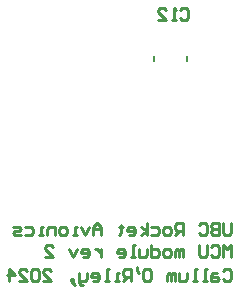
<source format=gbo>
G04*
G04 #@! TF.GenerationSoftware,Altium Limited,Altium Designer,23.2.1 (34)*
G04*
G04 Layer_Color=32896*
%FSLAX25Y25*%
%MOIN*%
G70*
G04*
G04 #@! TF.SameCoordinates,B2F2E879-4ADF-417A-83DA-379EB80E5566*
G04*
G04*
G04 #@! TF.FilePolarity,Positive*
G04*
G01*
G75*
%ADD11C,0.00787*%
%ADD17C,0.01000*%
D11*
X150730Y79217D02*
Y80783D01*
X161770Y79217D02*
Y80783D01*
D17*
X176500Y25145D02*
Y21813D01*
X175833Y21146D01*
X174501D01*
X173834Y21813D01*
Y25145D01*
X172501D02*
Y21146D01*
X170502D01*
X169835Y21813D01*
Y22479D01*
X170502Y23146D01*
X172501D01*
X170502D01*
X169835Y23812D01*
Y24478D01*
X170502Y25145D01*
X172501D01*
X165837Y24478D02*
X166503Y25145D01*
X167836D01*
X168503Y24478D01*
Y21813D01*
X167836Y21146D01*
X166503D01*
X165837Y21813D01*
X160505Y21146D02*
Y25145D01*
X158506D01*
X157839Y24478D01*
Y23146D01*
X158506Y22479D01*
X160505D01*
X159172D02*
X157839Y21146D01*
X155840D02*
X154507D01*
X153841Y21813D01*
Y23146D01*
X154507Y23812D01*
X155840D01*
X156506Y23146D01*
Y21813D01*
X155840Y21146D01*
X149842Y23812D02*
X151841D01*
X152508Y23146D01*
Y21813D01*
X151841Y21146D01*
X149842D01*
X148509D02*
Y25145D01*
Y22479D02*
X146510Y23812D01*
X148509Y22479D02*
X146510Y21146D01*
X142511D02*
X143844D01*
X144510Y21813D01*
Y23146D01*
X143844Y23812D01*
X142511D01*
X141844Y23146D01*
Y22479D01*
X144510D01*
X139845Y24478D02*
Y23812D01*
X140512D01*
X139179D01*
X139845D01*
Y21813D01*
X139179Y21146D01*
X133181D02*
Y23812D01*
X131848Y25145D01*
X130515Y23812D01*
Y21146D01*
Y23146D01*
X133181D01*
X129182Y23812D02*
X127849Y21146D01*
X126516Y23812D01*
X125183Y21146D02*
X123850D01*
X124517D01*
Y23812D01*
X125183D01*
X121185Y21146D02*
X119852D01*
X119185Y21813D01*
Y23146D01*
X119852Y23812D01*
X121185D01*
X121851Y23146D01*
Y21813D01*
X121185Y21146D01*
X117852D02*
Y23812D01*
X115853D01*
X115186Y23146D01*
Y21146D01*
X113854D02*
X112521D01*
X113187D01*
Y23812D01*
X113854D01*
X107855D02*
X109855D01*
X110521Y23146D01*
Y21813D01*
X109855Y21146D01*
X107855D01*
X106523D02*
X104523D01*
X103857Y21813D01*
X104523Y22479D01*
X105856D01*
X106523Y23146D01*
X105856Y23812D01*
X103857D01*
X176500Y13948D02*
Y17946D01*
X175167Y16614D01*
X173834Y17946D01*
Y13948D01*
X169835Y17280D02*
X170502Y17946D01*
X171835D01*
X172501Y17280D01*
Y14614D01*
X171835Y13948D01*
X170502D01*
X169835Y14614D01*
X168503Y17946D02*
Y14614D01*
X167836Y13948D01*
X166503D01*
X165837Y14614D01*
Y17946D01*
X160505Y13948D02*
Y16614D01*
X159839D01*
X159172Y15947D01*
Y13948D01*
Y15947D01*
X158506Y16614D01*
X157839Y15947D01*
Y13948D01*
X155840D02*
X154507D01*
X153841Y14614D01*
Y15947D01*
X154507Y16614D01*
X155840D01*
X156506Y15947D01*
Y14614D01*
X155840Y13948D01*
X149842Y17946D02*
Y13948D01*
X151841D01*
X152508Y14614D01*
Y15947D01*
X151841Y16614D01*
X149842D01*
X148509D02*
Y14614D01*
X147843Y13948D01*
X145843D01*
Y16614D01*
X144510Y13948D02*
X143177D01*
X143844D01*
Y17946D01*
X144510D01*
X139179Y13948D02*
X140512D01*
X141178Y14614D01*
Y15947D01*
X140512Y16614D01*
X139179D01*
X138512Y15947D01*
Y15281D01*
X141178D01*
X133181Y16614D02*
Y13948D01*
Y15281D01*
X132514Y15947D01*
X131848Y16614D01*
X131181D01*
X127183Y13948D02*
X128516D01*
X129182Y14614D01*
Y15947D01*
X128516Y16614D01*
X127183D01*
X126516Y15947D01*
Y15281D01*
X129182D01*
X125183Y16614D02*
X123850Y13948D01*
X122517Y16614D01*
X114520Y13948D02*
X117186D01*
X114520Y16614D01*
Y17280D01*
X115186Y17946D01*
X116519D01*
X117186Y17280D01*
X173834Y9415D02*
X174501Y10082D01*
X175833D01*
X176500Y9415D01*
Y6749D01*
X175833Y6083D01*
X174501D01*
X173834Y6749D01*
X171835Y8749D02*
X170502D01*
X169835Y8082D01*
Y6083D01*
X171835D01*
X172501Y6749D01*
X171835Y7416D01*
X169835D01*
X168503Y6083D02*
X167170D01*
X167836D01*
Y10082D01*
X168503D01*
X165170Y6083D02*
X163837D01*
X164504D01*
Y10082D01*
X165170D01*
X161838Y8749D02*
Y6749D01*
X161172Y6083D01*
X159172D01*
Y8749D01*
X157839Y6083D02*
Y8749D01*
X157173D01*
X156506Y8082D01*
Y6083D01*
Y8082D01*
X155840Y8749D01*
X155174Y8082D01*
Y6083D01*
X147843Y10082D02*
X149176D01*
X149842Y9415D01*
Y6749D01*
X149176Y6083D01*
X147843D01*
X147176Y6749D01*
Y9415D01*
X147843Y10082D01*
X145177Y10748D02*
Y9415D01*
X145843Y8749D01*
X143177Y6083D02*
Y10082D01*
X141178D01*
X140512Y9415D01*
Y8082D01*
X141178Y7416D01*
X143177D01*
X141844D02*
X140512Y6083D01*
X139179D02*
X137846D01*
X138512D01*
Y8749D01*
X139179D01*
X135846Y6083D02*
X134514D01*
X135180D01*
Y10082D01*
X135846D01*
X130515Y6083D02*
X131848D01*
X132514Y6749D01*
Y8082D01*
X131848Y8749D01*
X130515D01*
X129848Y8082D01*
Y7416D01*
X132514D01*
X128516Y8749D02*
Y6749D01*
X127849Y6083D01*
X125850D01*
Y5416D01*
X126516Y4750D01*
X127183D01*
X125850Y6083D02*
Y8749D01*
X123850Y5416D02*
X123184Y6083D01*
Y6749D01*
X123850D01*
Y6083D01*
X123184D01*
X123850Y5416D01*
X124517Y4750D01*
X113854Y6083D02*
X116519D01*
X113854Y8749D01*
Y9415D01*
X114520Y10082D01*
X115853D01*
X116519Y9415D01*
X112521D02*
X111854Y10082D01*
X110521D01*
X109855Y9415D01*
Y6749D01*
X110521Y6083D01*
X111854D01*
X112521Y6749D01*
Y9415D01*
X105856Y6083D02*
X108522D01*
X105856Y8749D01*
Y9415D01*
X106523Y10082D01*
X107855D01*
X108522Y9415D01*
X102524Y6083D02*
Y10082D01*
X104523Y8082D01*
X101857D01*
X159434Y96132D02*
X160101Y96799D01*
X161433D01*
X162100Y96132D01*
Y93466D01*
X161433Y92800D01*
X160101D01*
X159434Y93466D01*
X158101Y92800D02*
X156768D01*
X157435D01*
Y96799D01*
X158101Y96132D01*
X152103Y92800D02*
X154769D01*
X152103Y95466D01*
Y96132D01*
X152770Y96799D01*
X154103D01*
X154769Y96132D01*
M02*

</source>
